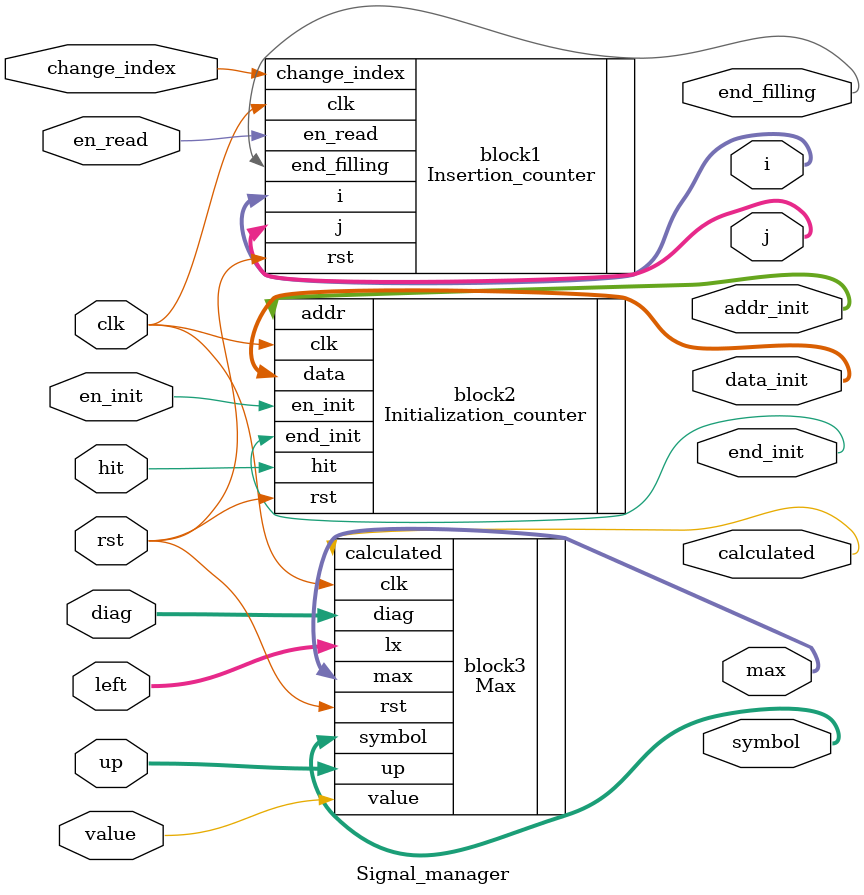
<source format=v>
`include "Initialization_counter.v"
`include "Insertion_counter.v" 
`include "Match_mismatch.v"
`include "Max.v"

module Signal_manager #(
    parameter N = 128,
    parameter BitAddr = $clog2(N+1),
    parameter addr_lenght = $clog2(((N+1)*(N+1))-1),
    //-----------------------
    parameter gap_score = -2,
    parameter match_score = 1,
    parameter mismatch_score = -1
)(
    input wire value,
    input wire signed [8:0] diag, up, left,
    input wire clk, rst,
    input wire en_read,
    input wire en_init,
    input wire change_index, 
    input wire hit, 
    output wire signed [8:0] max,
    output wire [2:0] symbol, 
    output wire calculated,
    output wire end_filling,
    output wire [BitAddr:0] i, j,
    output wire signed [8:0] data_init,
    output wire [BitAddr:0] addr_init,
    output wire end_init
);

    Insertion_counter #(
        .N(N)
    ) block1 (
        .clk(clk),
        .rst(rst),
        .en_read(en_read),
        .change_index(change_index),
        .end_filling(end_filling),
        .i(i),
        .j(j)
    );
    
    Initialization_counter #(
        .N(N)
    ) block2 (
        .clk(clk),  
        .rst(rst),
        .en_init(en_init),
        .addr(addr_init),
        .data(data_init),
        .end_init(end_init),
        .hit(hit)
    );
     
    Max # ( 
        .gap_score(gap_score),
        .match_score(match_score),
        .mismatch_score(mismatch_score)
    ) block3 (
        .clk(clk),
        .rst(rst),
        .value(value),
        .diag(diag),
        .up(up),
        .lx(left),
        .max(max),
        .symbol(symbol),
        .calculated(calculated)
    );
endmodule
</source>
